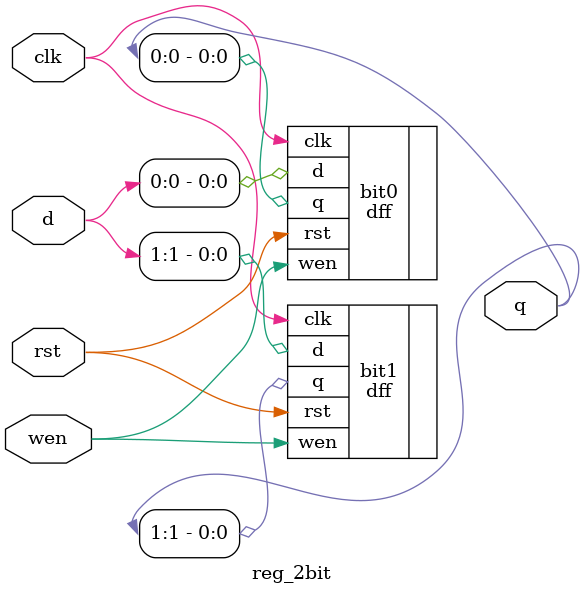
<source format=v>
module reg_2bit(clk, rst, d, wen, q);
    input clk, rst, wen;
    input[1:0] d;
    output[1:0] q;

    dff bit0(.clk(clk), .rst(rst), .wen(wen), .d(d[0]), .q(q[0]));
    dff bit1(.clk(clk), .rst(rst), .wen(wen), .d(d[1]), .q(q[1]));

endmodule
</source>
